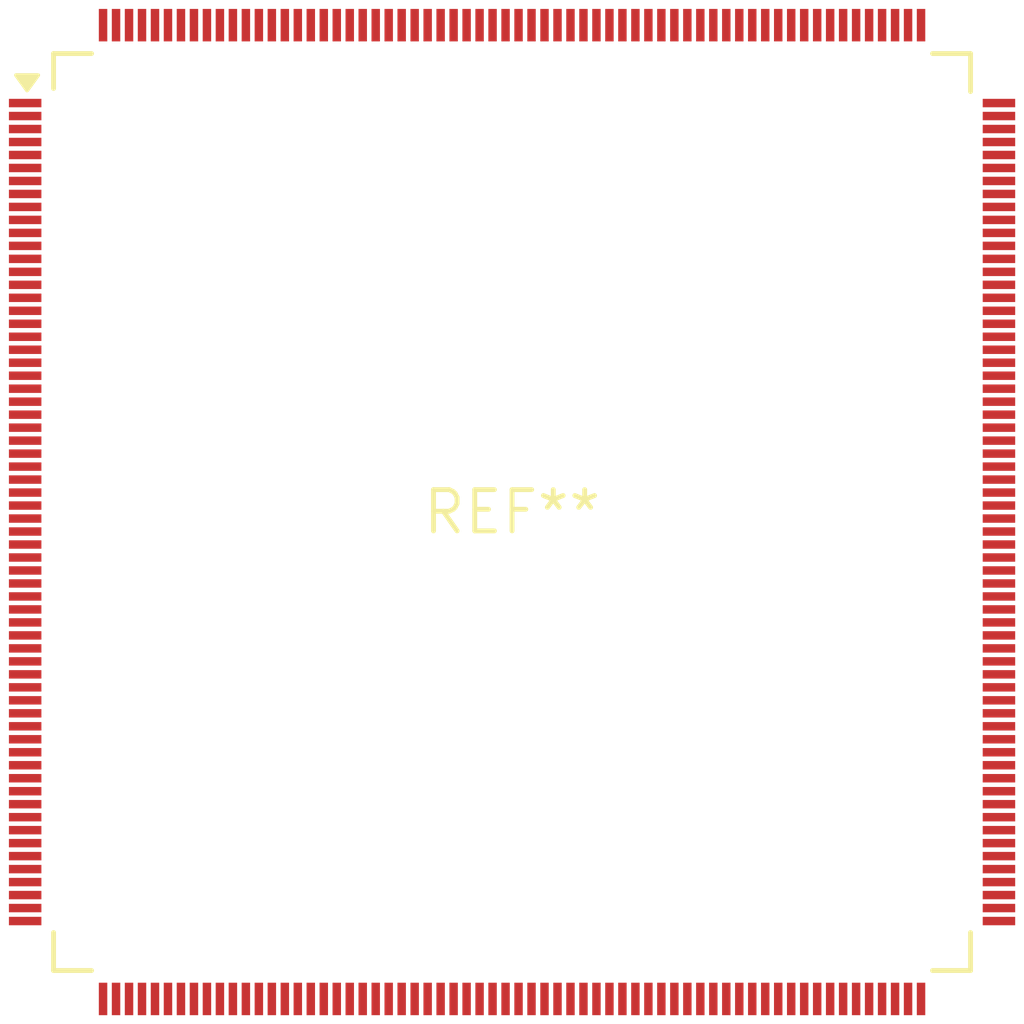
<source format=kicad_pcb>
(kicad_pcb (version 20240108) (generator pcbnew)
  (layers (0 "F.Cu" signal) (31 "B.Cu" signal) (34 "B.Paste" user) (35 "F.Paste" user) (36 "B.SilkS" user "B.Silkscreen") (37 "F.SilkS" user "F.Silkscreen") (38 "B.Mask" user) (39 "F.Mask" user) (44 "Edge.Cuts" user))
  (net 0 "")
  (footprint "PQFP-256_28x28mm_P0.4mm" (layer "F.Cu") (at 0 0)
    (property "Reference" "REF**")
    (property "Value" "PQFP-256_28x28mm_P0.4mm")
    (fp_line (start -14.125 -14.125) (end -14.125 -13.05) (layer "F.SilkS") (stroke (width 0.15)))
    (fp_line (start -14.125 -14.125) (end -12.955 -14.125) (layer "F.SilkS") (stroke (width 0.15)))
    (fp_line (start -14.125 14.125) (end -14.125 12.955) (layer "F.SilkS") (stroke (width 0.15)))
    (fp_line (start -14.125 14.125) (end -12.955 14.125) (layer "F.SilkS") (stroke (width 0.15)))
    (fp_line (start 14.125 -14.125) (end 12.955 -14.125) (layer "F.SilkS") (stroke (width 0.15)))
    (fp_line (start 14.125 -14.125) (end 14.125 -12.955) (layer "F.SilkS") (stroke (width 0.15)))
    (fp_line (start 14.125 14.125) (end 12.955 14.125) (layer "F.SilkS") (stroke (width 0.15)))
    (fp_line (start 14.125 14.125) (end 14.125 12.955) (layer "F.SilkS") (stroke (width 0.15)))
    (fp_poly (pts (xy -14.94 -12.99) (xy -15.28 -13.46) (xy -14.6 -13.46) (xy -14.94 -12.99)) (layer "F.SilkS") (stroke (width 0.12)) (fill solid))
    (pad "1" smd rect (at -15 -12.6) (size 1 0.26) (layers "F.Cu" "F.Paste" "F.Mask"))
    (pad "2" smd rect (at -15 -12.2) (size 1 0.26) (layers "F.Cu" "F.Paste" "F.Mask"))
    (pad "3" smd rect (at -15 -11.8) (size 1 0.26) (layers "F.Cu" "F.Paste" "F.Mask"))
    (pad "4" smd rect (at -15 -11.4) (size 1 0.26) (layers "F.Cu" "F.Paste" "F.Mask"))
    (pad "5" smd rect (at -15 -11) (size 1 0.26) (layers "F.Cu" "F.Paste" "F.Mask"))
    (pad "6" smd rect (at -15 -10.6) (size 1 0.26) (layers "F.Cu" "F.Paste" "F.Mask"))
    (pad "7" smd rect (at -15 -10.2) (size 1 0.26) (layers "F.Cu" "F.Paste" "F.Mask"))
    (pad "8" smd rect (at -15 -9.8) (size 1 0.26) (layers "F.Cu" "F.Paste" "F.Mask"))
    (pad "9" smd rect (at -15 -9.4) (size 1 0.26) (layers "F.Cu" "F.Paste" "F.Mask"))
    (pad "10" smd rect (at -15 -9) (size 1 0.26) (layers "F.Cu" "F.Paste" "F.Mask"))
    (pad "11" smd rect (at -15 -8.6) (size 1 0.26) (layers "F.Cu" "F.Paste" "F.Mask"))
    (pad "12" smd rect (at -15 -8.2) (size 1 0.26) (layers "F.Cu" "F.Paste" "F.Mask"))
    (pad "13" smd rect (at -15 -7.8) (size 1 0.26) (layers "F.Cu" "F.Paste" "F.Mask"))
    (pad "14" smd rect (at -15 -7.4) (size 1 0.26) (layers "F.Cu" "F.Paste" "F.Mask"))
    (pad "15" smd rect (at -15 -7) (size 1 0.26) (layers "F.Cu" "F.Paste" "F.Mask"))
    (pad "16" smd rect (at -15 -6.6) (size 1 0.26) (layers "F.Cu" "F.Paste" "F.Mask"))
    (pad "17" smd rect (at -15 -6.2) (size 1 0.26) (layers "F.Cu" "F.Paste" "F.Mask"))
    (pad "18" smd rect (at -15 -5.8) (size 1 0.26) (layers "F.Cu" "F.Paste" "F.Mask"))
    (pad "19" smd rect (at -15 -5.4) (size 1 0.26) (layers "F.Cu" "F.Paste" "F.Mask"))
    (pad "20" smd rect (at -15 -5) (size 1 0.26) (layers "F.Cu" "F.Paste" "F.Mask"))
    (pad "21" smd rect (at -15 -4.6) (size 1 0.26) (layers "F.Cu" "F.Paste" "F.Mask"))
    (pad "22" smd rect (at -15 -4.2) (size 1 0.26) (layers "F.Cu" "F.Paste" "F.Mask"))
    (pad "23" smd rect (at -15 -3.8) (size 1 0.26) (layers "F.Cu" "F.Paste" "F.Mask"))
    (pad "24" smd rect (at -15 -3.4) (size 1 0.26) (layers "F.Cu" "F.Paste" "F.Mask"))
    (pad "25" smd rect (at -15 -3) (size 1 0.26) (layers "F.Cu" "F.Paste" "F.Mask"))
    (pad "26" smd rect (at -15 -2.6) (size 1 0.26) (layers "F.Cu" "F.Paste" "F.Mask"))
    (pad "27" smd rect (at -15 -2.2) (size 1 0.26) (layers "F.Cu" "F.Paste" "F.Mask"))
    (pad "28" smd rect (at -15 -1.8) (size 1 0.26) (layers "F.Cu" "F.Paste" "F.Mask"))
    (pad "29" smd rect (at -15 -1.4) (size 1 0.26) (layers "F.Cu" "F.Paste" "F.Mask"))
    (pad "30" smd rect (at -15 -1) (size 1 0.26) (layers "F.Cu" "F.Paste" "F.Mask"))
    (pad "31" smd rect (at -15 -0.6) (size 1 0.26) (layers "F.Cu" "F.Paste" "F.Mask"))
    (pad "32" smd rect (at -15 -0.2) (size 1 0.26) (layers "F.Cu" "F.Paste" "F.Mask"))
    (pad "33" smd rect (at -15 0.2) (size 1 0.26) (layers "F.Cu" "F.Paste" "F.Mask"))
    (pad "34" smd rect (at -15 0.6) (size 1 0.26) (layers "F.Cu" "F.Paste" "F.Mask"))
    (pad "35" smd rect (at -15 1) (size 1 0.26) (layers "F.Cu" "F.Paste" "F.Mask"))
    (pad "36" smd rect (at -15 1.4) (size 1 0.26) (layers "F.Cu" "F.Paste" "F.Mask"))
    (pad "37" smd rect (at -15 1.8) (size 1 0.26) (layers "F.Cu" "F.Paste" "F.Mask"))
    (pad "38" smd rect (at -15 2.2) (size 1 0.26) (layers "F.Cu" "F.Paste" "F.Mask"))
    (pad "39" smd rect (at -15 2.6) (size 1 0.26) (layers "F.Cu" "F.Paste" "F.Mask"))
    (pad "40" smd rect (at -15 3) (size 1 0.26) (layers "F.Cu" "F.Paste" "F.Mask"))
    (pad "41" smd rect (at -15 3.4) (size 1 0.26) (layers "F.Cu" "F.Paste" "F.Mask"))
    (pad "42" smd rect (at -15 3.8) (size 1 0.26) (layers "F.Cu" "F.Paste" "F.Mask"))
    (pad "43" smd rect (at -15 4.2) (size 1 0.26) (layers "F.Cu" "F.Paste" "F.Mask"))
    (pad "44" smd rect (at -15 4.6) (size 1 0.26) (layers "F.Cu" "F.Paste" "F.Mask"))
    (pad "45" smd rect (at -15 5) (size 1 0.26) (layers "F.Cu" "F.Paste" "F.Mask"))
    (pad "46" smd rect (at -15 5.4) (size 1 0.26) (layers "F.Cu" "F.Paste" "F.Mask"))
    (pad "47" smd rect (at -15 5.8) (size 1 0.26) (layers "F.Cu" "F.Paste" "F.Mask"))
    (pad "48" smd rect (at -15 6.2) (size 1 0.26) (layers "F.Cu" "F.Paste" "F.Mask"))
    (pad "49" smd rect (at -15 6.6) (size 1 0.26) (layers "F.Cu" "F.Paste" "F.Mask"))
    (pad "50" smd rect (at -15 7) (size 1 0.26) (layers "F.Cu" "F.Paste" "F.Mask"))
    (pad "51" smd rect (at -15 7.4) (size 1 0.26) (layers "F.Cu" "F.Paste" "F.Mask"))
    (pad "52" smd rect (at -15 7.8) (size 1 0.26) (layers "F.Cu" "F.Paste" "F.Mask"))
    (pad "53" smd rect (at -15 8.2) (size 1 0.26) (layers "F.Cu" "F.Paste" "F.Mask"))
    (pad "54" smd rect (at -15 8.6) (size 1 0.26) (layers "F.Cu" "F.Paste" "F.Mask"))
    (pad "55" smd rect (at -15 9) (size 1 0.26) (layers "F.Cu" "F.Paste" "F.Mask"))
    (pad "56" smd rect (at -15 9.4) (size 1 0.26) (layers "F.Cu" "F.Paste" "F.Mask"))
    (pad "57" smd rect (at -15 9.8) (size 1 0.26) (layers "F.Cu" "F.Paste" "F.Mask"))
    (pad "58" smd rect (at -15 10.2) (size 1 0.26) (layers "F.Cu" "F.Paste" "F.Mask"))
    (pad "59" smd rect (at -15 10.6) (size 1 0.26) (layers "F.Cu" "F.Paste" "F.Mask"))
    (pad "60" smd rect (at -15 11) (size 1 0.26) (layers "F.Cu" "F.Paste" "F.Mask"))
    (pad "61" smd rect (at -15 11.4) (size 1 0.26) (layers "F.Cu" "F.Paste" "F.Mask"))
    (pad "62" smd rect (at -15 11.8) (size 1 0.26) (layers "F.Cu" "F.Paste" "F.Mask"))
    (pad "63" smd rect (at -15 12.2) (size 1 0.26) (layers "F.Cu" "F.Paste" "F.Mask"))
    (pad "64" smd rect (at -15 12.6) (size 1 0.26) (layers "F.Cu" "F.Paste" "F.Mask"))
    (pad "65" smd rect (at -12.6 15 90) (size 1 0.26) (layers "F.Cu" "F.Paste" "F.Mask"))
    (pad "66" smd rect (at -12.2 15 90) (size 1 0.26) (layers "F.Cu" "F.Paste" "F.Mask"))
    (pad "67" smd rect (at -11.8 15 90) (size 1 0.26) (layers "F.Cu" "F.Paste" "F.Mask"))
    (pad "68" smd rect (at -11.4 15 90) (size 1 0.26) (layers "F.Cu" "F.Paste" "F.Mask"))
    (pad "69" smd rect (at -11 15 90) (size 1 0.26) (layers "F.Cu" "F.Paste" "F.Mask"))
    (pad "70" smd rect (at -10.6 15 90) (size 1 0.26) (layers "F.Cu" "F.Paste" "F.Mask"))
    (pad "71" smd rect (at -10.2 15 90) (size 1 0.26) (layers "F.Cu" "F.Paste" "F.Mask"))
    (pad "72" smd rect (at -9.8 15 90) (size 1 0.26) (layers "F.Cu" "F.Paste" "F.Mask"))
    (pad "73" smd rect (at -9.4 15 90) (size 1 0.26) (layers "F.Cu" "F.Paste" "F.Mask"))
    (pad "74" smd rect (at -9 15 90) (size 1 0.26) (layers "F.Cu" "F.Paste" "F.Mask"))
    (pad "75" smd rect (at -8.6 15 90) (size 1 0.26) (layers "F.Cu" "F.Paste" "F.Mask"))
    (pad "76" smd rect (at -8.2 15 90) (size 1 0.26) (layers "F.Cu" "F.Paste" "F.Mask"))
    (pad "77" smd rect (at -7.8 15 90) (size 1 0.26) (layers "F.Cu" "F.Paste" "F.Mask"))
    (pad "78" smd rect (at -7.4 15 90) (size 1 0.26) (layers "F.Cu" "F.Paste" "F.Mask"))
    (pad "79" smd rect (at -7 15 90) (size 1 0.26) (layers "F.Cu" "F.Paste" "F.Mask"))
    (pad "80" smd rect (at -6.6 15 90) (size 1 0.26) (layers "F.Cu" "F.Paste" "F.Mask"))
    (pad "81" smd rect (at -6.2 15 90) (size 1 0.26) (layers "F.Cu" "F.Paste" "F.Mask"))
    (pad "82" smd rect (at -5.8 15 90) (size 1 0.26) (layers "F.Cu" "F.Paste" "F.Mask"))
    (pad "83" smd rect (at -5.4 15 90) (size 1 0.26) (layers "F.Cu" "F.Paste" "F.Mask"))
    (pad "84" smd rect (at -5 15 90) (size 1 0.26) (layers "F.Cu" "F.Paste" "F.Mask"))
    (pad "85" smd rect (at -4.6 15 90) (size 1 0.26) (layers "F.Cu" "F.Paste" "F.Mask"))
    (pad "86" smd rect (at -4.2 15 90) (size 1 0.26) (layers "F.Cu" "F.Paste" "F.Mask"))
    (pad "87" smd rect (at -3.8 15 90) (size 1 0.26) (layers "F.Cu" "F.Paste" "F.Mask"))
    (pad "88" smd rect (at -3.4 15 90) (size 1 0.26) (layers "F.Cu" "F.Paste" "F.Mask"))
    (pad "89" smd rect (at -3 15 90) (size 1 0.26) (layers "F.Cu" "F.Paste" "F.Mask"))
    (pad "90" smd rect (at -2.6 15 90) (size 1 0.26) (layers "F.Cu" "F.Paste" "F.Mask"))
    (pad "91" smd rect (at -2.2 15 90) (size 1 0.26) (layers "F.Cu" "F.Paste" "F.Mask"))
    (pad "92" smd rect (at -1.8 15 90) (size 1 0.26) (layers "F.Cu" "F.Paste" "F.Mask"))
    (pad "93" smd rect (at -1.4 15 90) (size 1 0.26) (layers "F.Cu" "F.Paste" "F.Mask"))
    (pad "94" smd rect (at -1 15 90) (size 1 0.26) (layers "F.Cu" "F.Paste" "F.Mask"))
    (pad "95" smd rect (at -0.6 15 90) (size 1 0.26) (layers "F.Cu" "F.Paste" "F.Mask"))
    (pad "96" smd rect (at -0.2 15 90) (size 1 0.26) (layers "F.Cu" "F.Paste" "F.Mask"))
    (pad "97" smd rect (at 0.2 15 90) (size 1 0.26) (layers "F.Cu" "F.Paste" "F.Mask"))
    (pad "98" smd rect (at 0.6 15 90) (size 1 0.26) (layers "F.Cu" "F.Paste" "F.Mask"))
    (pad "99" smd rect (at 1 15 90) (size 1 0.26) (layers "F.Cu" "F.Paste" "F.Mask"))
    (pad "100" smd rect (at 1.4 15 90) (size 1 0.26) (layers "F.Cu" "F.Paste" "F.Mask"))
    (pad "101" smd rect (at 1.8 15 90) (size 1 0.26) (layers "F.Cu" "F.Paste" "F.Mask"))
    (pad "102" smd rect (at 2.2 15 90) (size 1 0.26) (layers "F.Cu" "F.Paste" "F.Mask"))
    (pad "103" smd rect (at 2.6 15 90) (size 1 0.26) (layers "F.Cu" "F.Paste" "F.Mask"))
    (pad "104" smd rect (at 3 15 90) (size 1 0.26) (layers "F.Cu" "F.Paste" "F.Mask"))
    (pad "105" smd rect (at 3.4 15 90) (size 1 0.26) (layers "F.Cu" "F.Paste" "F.Mask"))
    (pad "106" smd rect (at 3.8 15 90) (size 1 0.26) (layers "F.Cu" "F.Paste" "F.Mask"))
    (pad "107" smd rect (at 4.2 15 90) (size 1 0.26) (layers "F.Cu" "F.Paste" "F.Mask"))
    (pad "108" smd rect (at 4.6 15 90) (size 1 0.26) (layers "F.Cu" "F.Paste" "F.Mask"))
    (pad "109" smd rect (at 5 15 90) (size 1 0.26) (layers "F.Cu" "F.Paste" "F.Mask"))
    (pad "110" smd rect (at 5.4 15 90) (size 1 0.26) (layers "F.Cu" "F.Paste" "F.Mask"))
    (pad "111" smd rect (at 5.8 15 90) (size 1 0.26) (layers "F.Cu" "F.Paste" "F.Mask"))
    (pad "112" smd rect (at 6.2 15 90) (size 1 0.26) (layers "F.Cu" "F.Paste" "F.Mask"))
    (pad "113" smd rect (at 6.6 15 90) (size 1 0.26) (layers "F.Cu" "F.Paste" "F.Mask"))
    (pad "114" smd rect (at 7 15 90) (size 1 0.26) (layers "F.Cu" "F.Paste" "F.Mask"))
    (pad "115" smd rect (at 7.4 15 90) (size 1 0.26) (layers "F.Cu" "F.Paste" "F.Mask"))
    (pad "116" smd rect (at 7.8 15 90) (size 1 0.26) (layers "F.Cu" "F.Paste" "F.Mask"))
    (pad "117" smd rect (at 8.2 15 90) (size 1 0.26) (layers "F.Cu" "F.Paste" "F.Mask"))
    (pad "118" smd rect (at 8.6 15 90) (size 1 0.26) (layers "F.Cu" "F.Paste" "F.Mask"))
    (pad "119" smd rect (at 9 15 90) (size 1 0.26) (layers "F.Cu" "F.Paste" "F.Mask"))
    (pad "120" smd rect (at 9.4 15 90) (size 1 0.26) (layers "F.Cu" "F.Paste" "F.Mask"))
    (pad "121" smd rect (at 9.8 15 90) (size 1 0.26) (layers "F.Cu" "F.Paste" "F.Mask"))
    (pad "122" smd rect (at 10.2 15 90) (size 1 0.26) (layers "F.Cu" "F.Paste" "F.Mask"))
    (pad "123" smd rect (at 10.6 15 90) (size 1 0.26) (layers "F.Cu" "F.Paste" "F.Mask"))
    (pad "124" smd rect (at 11 15 90) (size 1 0.26) (layers "F.Cu" "F.Paste" "F.Mask"))
    (pad "125" smd rect (at 11.4 15 90) (size 1 0.26) (layers "F.Cu" "F.Paste" "F.Mask"))
    (pad "126" smd rect (at 11.8 15 90) (size 1 0.26) (layers "F.Cu" "F.Paste" "F.Mask"))
    (pad "127" smd rect (at 12.2 15 90) (size 1 0.26) (layers "F.Cu" "F.Paste" "F.Mask"))
    (pad "128" smd rect (at 12.6 15 90) (size 1 0.26) (layers "F.Cu" "F.Paste" "F.Mask"))
    (pad "129" smd rect (at 15 12.6) (size 1 0.26) (layers "F.Cu" "F.Paste" "F.Mask"))
    (pad "130" smd rect (at 15 12.2) (size 1 0.26) (layers "F.Cu" "F.Paste" "F.Mask"))
    (pad "131" smd rect (at 15 11.8) (size 1 0.26) (layers "F.Cu" "F.Paste" "F.Mask"))
    (pad "132" smd rect (at 15 11.4) (size 1 0.26) (layers "F.Cu" "F.Paste" "F.Mask"))
    (pad "133" smd rect (at 15 11) (size 1 0.26) (layers "F.Cu" "F.Paste" "F.Mask"))
    (pad "134" smd rect (at 15 10.6) (size 1 0.26) (layers "F.Cu" "F.Paste" "F.Mask"))
    (pad "135" smd rect (at 15 10.2) (size 1 0.26) (layers "F.Cu" "F.Paste" "F.Mask"))
    (pad "136" smd rect (at 15 9.8) (size 1 0.26) (layers "F.Cu" "F.Paste" "F.Mask"))
    (pad "137" smd rect (at 15 9.4) (size 1 0.26) (layers "F.Cu" "F.Paste" "F.Mask"))
    (pad "138" smd rect (at 15 9) (size 1 0.26) (layers "F.Cu" "F.Paste" "F.Mask"))
    (pad "139" smd rect (at 15 8.6) (size 1 0.26) (layers "F.Cu" "F.Paste" "F.Mask"))
    (pad "140" smd rect (at 15 8.2) (size 1 0.26) (layers "F.Cu" "F.Paste" "F.Mask"))
    (pad "141" smd rect (at 15 7.8) (size 1 0.26) (layers "F.Cu" "F.Paste" "F.Mask"))
    (pad "142" smd rect (at 15 7.4) (size 1 0.26) (layers "F.Cu" "F.Paste" "F.Mask"))
    (pad "143" smd rect (at 15 7) (size 1 0.26) (layers "F.Cu" "F.Paste" "F.Mask"))
    (pad "144" smd rect (at 15 6.6) (size 1 0.26) (layers "F.Cu" "F.Paste" "F.Mask"))
    (pad "145" smd rect (at 15 6.2) (size 1 0.26) (layers "F.Cu" "F.Paste" "F.Mask"))
    (pad "146" smd rect (at 15 5.8) (size 1 0.26) (layers "F.Cu" "F.Paste" "F.Mask"))
    (pad "147" smd rect (at 15 5.4) (size 1 0.26) (layers "F.Cu" "F.Paste" "F.Mask"))
    (pad "148" smd rect (at 15 5) (size 1 0.26) (layers "F.Cu" "F.Paste" "F.Mask"))
    (pad "149" smd rect (at 15 4.6) (size 1 0.26) (layers "F.Cu" "F.Paste" "F.Mask"))
    (pad "150" smd rect (at 15 4.2) (size 1 0.26) (layers "F.Cu" "F.Paste" "F.Mask"))
    (pad "151" smd rect (at 15 3.8) (size 1 0.26) (layers "F.Cu" "F.Paste" "F.Mask"))
    (pad "152" smd rect (at 15 3.4) (size 1 0.26) (layers "F.Cu" "F.Paste" "F.Mask"))
    (pad "153" smd rect (at 15 3) (size 1 0.26) (layers "F.Cu" "F.Paste" "F.Mask"))
    (pad "154" smd rect (at 15 2.6) (size 1 0.26) (layers "F.Cu" "F.Paste" "F.Mask"))
    (pad "155" smd rect (at 15 2.2) (size 1 0.26) (layers "F.Cu" "F.Paste" "F.Mask"))
    (pad "156" smd rect (at 15 1.8) (size 1 0.26) (layers "F.Cu" "F.Paste" "F.Mask"))
    (pad "157" smd rect (at 15 1.4) (size 1 0.26) (layers "F.Cu" "F.Paste" "F.Mask"))
    (pad "158" smd rect (at 15 1) (size 1 0.26) (layers "F.Cu" "F.Paste" "F.Mask"))
    (pad "159" smd rect (at 15 0.6) (size 1 0.26) (layers "F.Cu" "F.Paste" "F.Mask"))
    (pad "160" smd rect (at 15 0.2) (size 1 0.26) (layers "F.Cu" "F.Paste" "F.Mask"))
    (pad "161" smd rect (at 15 -0.2) (size 1 0.26) (layers "F.Cu" "F.Paste" "F.Mask"))
    (pad "162" smd rect (at 15 -0.6) (size 1 0.26) (layers "F.Cu" "F.Paste" "F.Mask"))
    (pad "163" smd rect (at 15 -1) (size 1 0.26) (layers "F.Cu" "F.Paste" "F.Mask"))
    (pad "164" smd rect (at 15 -1.4) (size 1 0.26) (layers "F.Cu" "F.Paste" "F.Mask"))
    (pad "165" smd rect (at 15 -1.8) (size 1 0.26) (layers "F.Cu" "F.Paste" "F.Mask"))
    (pad "166" smd rect (at 15 -2.2) (size 1 0.26) (layers "F.Cu" "F.Paste" "F.Mask"))
    (pad "167" smd rect (at 15 -2.6) (size 1 0.26) (layers "F.Cu" "F.Paste" "F.Mask"))
    (pad "168" smd rect (at 15 -3) (size 1 0.26) (layers "F.Cu" "F.Paste" "F.Mask"))
    (pad "169" smd rect (at 15 -3.4) (size 1 0.26) (layers "F.Cu" "F.Paste" "F.Mask"))
    (pad "170" smd rect (at 15 -3.8) (size 1 0.26) (layers "F.Cu" "F.Paste" "F.Mask"))
    (pad "171" smd rect (at 15 -4.2) (size 1 0.26) (layers "F.Cu" "F.Paste" "F.Mask"))
    (pad "172" smd rect (at 15 -4.6) (size 1 0.26) (layers "F.Cu" "F.Paste" "F.Mask"))
    (pad "173" smd rect (at 15 -5) (size 1 0.26) (layers "F.Cu" "F.Paste" "F.Mask"))
    (pad "174" smd rect (at 15 -5.4) (size 1 0.26) (layers "F.Cu" "F.Paste" "F.Mask"))
    (pad "175" smd rect (at 15 -5.8) (size 1 0.26) (layers "F.Cu" "F.Paste" "F.Mask"))
    (pad "176" smd rect (at 15 -6.2) (size 1 0.26) (layers "F.Cu" "F.Paste" "F.Mask"))
    (pad "177" smd rect (at 15 -6.6) (size 1 0.26) (layers "F.Cu" "F.Paste" "F.Mask"))
    (pad "178" smd rect (at 15 -7) (size 1 0.26) (layers "F.Cu" "F.Paste" "F.Mask"))
    (pad "179" smd rect (at 15 -7.4) (size 1 0.26) (layers "F.Cu" "F.Paste" "F.Mask"))
    (pad "180" smd rect (at 15 -7.8) (size 1 0.26) (layers "F.Cu" "F.Paste" "F.Mask"))
    (pad "181" smd rect (at 15 -8.2) (size 1 0.26) (layers "F.Cu" "F.Paste" "F.Mask"))
    (pad "182" smd rect (at 15 -8.6) (size 1 0.26) (layers "F.Cu" "F.Paste" "F.Mask"))
    (pad "183" smd rect (at 15 -9) (size 1 0.26) (layers "F.Cu" "F.Paste" "F.Mask"))
    (pad "184" smd rect (at 15 -9.4) (size 1 0.26) (layers "F.Cu" "F.Paste" "F.Mask"))
    (pad "185" smd rect (at 15 -9.8) (size 1 0.26) (layers "F.Cu" "F.Paste" "F.Mask"))
    (pad "186" smd rect (at 15 -10.2) (size 1 0.26) (layers "F.Cu" "F.Paste" "F.Mask"))
    (pad "187" smd rect (at 15 -10.6) (size 1 0.26) (layers "F.Cu" "F.Paste" "F.Mask"))
    (pad "188" smd rect (at 15 -11) (size 1 0.26) (layers "F.Cu" "F.Paste" "F.Mask"))
    (pad "189" smd rect (at 15 -11.4) (size 1 0.26) (layers "F.Cu" "F.Paste" "F.Mask"))
    (pad "190" smd rect (at 15 -11.8) (size 1 0.26) (layers "F.Cu" "F.Paste" "F.Mask"))
    (pad "191" smd rect (at 15 -12.2) (size 1 0.26) (layers "F.Cu" "F.Paste" "F.Mask"))
    (pad "192" smd rect (at 15 -12.6) (size 1 0.26) (layers "F.Cu" "F.Paste" "F.Mask"))
    (pad "193" smd rect (at 12.6 -15 90) (size 1 0.26) (layers "F.Cu" "F.Paste" "F.Mask"))
    (pad "194" smd rect (at 12.2 -15 90) (size 1 0.26) (layers "F.Cu" "F.Paste" "F.Mask"))
    (pad "195" smd rect (at 11.8 -15 90) (size 1 0.26) (layers "F.Cu" "F.Paste" "F.Mask"))
    (pad "196" smd rect (at 11.4 -15 90) (size 1 0.26) (layers "F.Cu" "F.Paste" "F.Mask"))
    (pad "197" smd rect (at 11 -15 90) (size 1 0.26) (layers "F.Cu" "F.Paste" "F.Mask"))
    (pad "198" smd rect (at 10.6 -15 90) (size 1 0.26) (layers "F.Cu" "F.Paste" "F.Mask"))
    (pad "199" smd rect (at 10.2 -15 90) (size 1 0.26) (layers "F.Cu" "F.Paste" "F.Mask"))
    (pad "200" smd rect (at 9.8 -15 90) (size 1 0.26) (layers "F.Cu" "F.Paste" "F.Mask"))
    (pad "201" smd rect (at 9.4 -15 90) (size 1 0.26) (layers "F.Cu" "F.Paste" "F.Mask"))
    (pad "202" smd rect (at 9 -15 90) (size 1 0.26) (layers "F.Cu" "F.Paste" "F.Mask"))
    (pad "203" smd rect (at 8.6 -15 90) (size 1 0.26) (layers "F.Cu" "F.Paste" "F.Mask"))
    (pad "204" smd rect (at 8.2 -15 90) (size 1 0.26) (layers "F.Cu" "F.Paste" "F.Mask"))
    (pad "205" smd rect (at 7.8 -15 90) (size 1 0.26) (layers "F.Cu" "F.Paste" "F.Mask"))
    (pad "206" smd rect (at 7.4 -15 90) (size 1 0.26) (layers "F.Cu" "F.Paste" "F.Mask"))
    (pad "207" smd rect (at 7 -15 90) (size 1 0.26) (layers "F.Cu" "F.Paste" "F.Mask"))
    (pad "208" smd rect (at 6.6 -15 90) (size 1 0.26) (layers "F.Cu" "F.Paste" "F.Mask"))
    (pad "209" smd rect (at 6.2 -15 90) (size 1 0.26) (layers "F.Cu" "F.Paste" "F.Mask"))
    (pad "210" smd rect (at 5.8 -15 90) (size 1 0.26) (layers "F.Cu" "F.Paste" "F.Mask"))
    (pad "211" smd rect (at 5.4 -15 90) (size 1 0.26) (layers "F.Cu" "F.Paste" "F.Mask"))
    (pad "212" smd rect (at 5 -15 90) (size 1 0.26) (layers "F.Cu" "F.Paste" "F.Mask"))
    (pad "213" smd rect (at 4.6 -15 90) (size 1 0.26) (layers "F.Cu" "F.Paste" "F.Mask"))
    (pad "214" smd rect (at 4.2 -15 90) (size 1 0.26) (layers "F.Cu" "F.Paste" "F.Mask"))
    (pad "215" smd rect (at 3.8 -15 90) (size 1 0.26) (layers "F.Cu" "F.Paste" "F.Mask"))
    (pad "216" smd rect (at 3.4 -15 90) (size 1 0.26) (layers "F.Cu" "F.Paste" "F.Mask"))
    (pad "217" smd rect (at 3 -15 90) (size 1 0.26) (layers "F.Cu" "F.Paste" "F.Mask"))
    (pad "218" smd rect (at 2.6 -15 90) (size 1 0.26) (layers "F.Cu" "F.Paste" "F.Mask"))
    (pad "219" smd rect (at 2.2 -15 90) (size 1 0.26) (layers "F.Cu" "F.Paste" "F.Mask"))
    (pad "220" smd rect (at 1.8 -15 90) (size 1 0.26) (layers "F.Cu" "F.Paste" "F.Mask"))
    (pad "221" smd rect (at 1.4 -15 90) (size 1 0.26) (layers "F.Cu" "F.Paste" "F.Mask"))
    (pad "222" smd rect (at 1 -15 90) (size 1 0.26) (layers "F.Cu" "F.Paste" "F.Mask"))
    (pad "223" smd rect (at 0.6 -15 90) (size 1 0.26) (layers "F.Cu" "F.Paste" "F.Mask"))
    (pad "224" smd rect (at 0.2 -15 90) (size 1 0.26) (layers "F.Cu" "F.Paste" "F.Mask"))
    (pad "225" smd rect (at -0.2 -15 90) (size 1 0.26) (layers "F.Cu" "F.Paste" "F.Mask"))
    (pad "226" smd rect (at -0.6 -15 90) (size 1 0.26) (layers "F.Cu" "F.Paste" "F.Mask"))
    (pad "227" smd rect (at -1 -15 90) (size 1 0.26) (layers "F.Cu" "F.Paste" "F.Mask"))
    (pad "228" smd rect (at -1.4 -15 90) (size 1 0.26) (layers "F.Cu" "F.Paste" "F.Mask"))
    (pad "229" smd rect (at -1.8 -15 90) (size 1 0.26) (layers "F.Cu" "F.Paste" "F.Mask"))
    (pad "230" smd rect (at -2.2 -15 90) (size 1 0.26) (layers "F.Cu" "F.Paste" "F.Mask"))
    (pad "231" smd rect (at -2.6 -15 90) (size 1 0.26) (layers "F.Cu" "F.Paste" "F.Mask"))
    (pad "232" smd rect (at -3 -15 90) (size 1 0.26) (layers "F.Cu" "F.Paste" "F.Mask"))
    (pad "233" smd rect (at -3.4 -15 90) (size 1 0.26) (layers "F.Cu" "F.Paste" "F.Mask"))
    (pad "234" smd rect (at -3.8 -15 90) (size 1 0.26) (layers "F.Cu" "F.Paste" "F.Mask"))
    (pad "235" smd rect (at -4.2 -15 90) (size 1 0.26) (layers "F.Cu" "F.Paste" "F.Mask"))
    (pad "236" smd rect (at -4.6 -15 90) (size 1 0.26) (layers "F.Cu" "F.Paste" "F.Mask"))
    (pad "237" smd rect (at -5 -15 90) (size 1 0.26) (layers "F.Cu" "F.Paste" "F.Mask"))
    (pad "238" smd rect (at -5.4 -15 90) (size 1 0.26) (layers "F.Cu" "F.Paste" "F.Mask"))
    (pad "239" smd rect (at -5.8 -15 90) (size 1 0.26) (layers "F.Cu" "F.Paste" "F.Mask"))
    (pad "240" smd rect (at -6.2 -15 90) (size 1 0.26) (layers "F.Cu" "F.Paste" "F.Mask"))
    (pad "241" smd rect (at -6.6 -15 90) (size 1 0.26) (layers "F.Cu" "F.Paste" "F.Mask"))
    (pad "242" smd rect (at -7 -15 90) (size 1 0.26) (layers "F.Cu" "F.Paste" "F.Mask"))
    (pad "243" smd rect (at -7.4 -15 90) (size 1 0.26) (layers "F.Cu" "F.Paste" "F.Mask"))
    (pad "244" smd rect (at -7.8 -15 90) (size 1 0.26) (layers "F.Cu" "F.Paste" "F.Mask"))
    (pad "245" smd rect (at -8.2 -15 90) (size 1 0.26) (layers "F.Cu" "F.Paste" "F.Mask"))
    (pad "246" smd rect (at -8.6 -15 90) (size 1 0.26) (layers "F.Cu" "F.Paste" "F.Mask"))
    (pad "247" smd rect (at -9 -15 90) (size 1 0.26) (layers "F.Cu" "F.Paste" "F.Mask"))
    (pad "248" smd rect (at -9.4 -15 90) (size 1 0.26) (layers "F.Cu" "F.Paste" "F.Mask"))
    (pad "249" smd rect (at -9.8 -15 90) (size 1 0.26) (layers "F.Cu" "F.Paste" "F.Mask"))
    (pad "250" smd rect (at -10.2 -15 90) (size 1 0.26) (layers "F.Cu" "F.Paste" "F.Mask"))
    (pad "251" smd rect (at -10.6 -15 90) (size 1 0.26) (layers "F.Cu" "F.Paste" "F.Mask"))
    (pad "252" smd rect (at -11 -15 90) (size 1 0.26) (layers "F.Cu" "F.Paste" "F.Mask"))
    (pad "253" smd rect (at -11.4 -15 90) (size 1 0.26) (layers "F.Cu" "F.Paste" "F.Mask"))
    (pad "254" smd rect (at -11.8 -15 90) (size 1 0.26) (layers "F.Cu" "F.Paste" "F.Mask"))
    (pad "255" smd rect (at -12.2 -15 90) (size 1 0.26) (layers "F.Cu" "F.Paste" "F.Mask"))
    (pad "256" smd rect (at -12.6 -15 90) (size 1 0.26) (layers "F.Cu" "F.Paste" "F.Mask"))
  )
)
</source>
